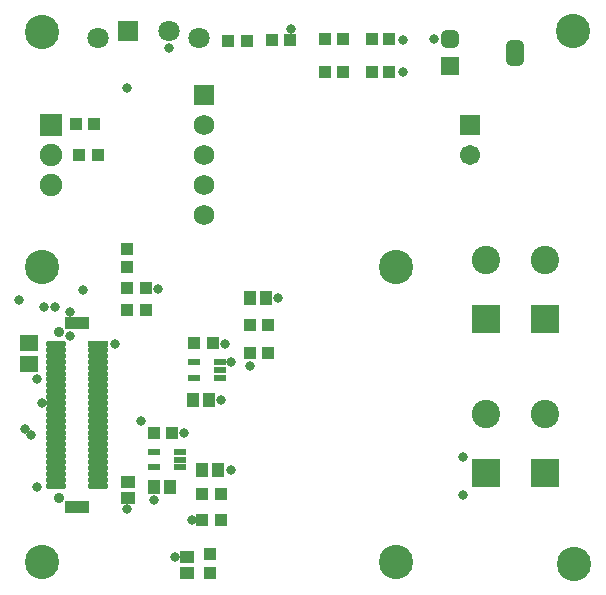
<source format=gts>
G04*
G04 #@! TF.GenerationSoftware,Altium Limited,Altium Designer,19.0.10 (269)*
G04*
G04 Layer_Color=8388736*
%FSLAX25Y25*%
%MOIN*%
G70*
G01*
G75*
%ADD29R,0.06312X0.05328*%
%ADD30R,0.03950X0.03950*%
%ADD31R,0.04147X0.04147*%
%ADD32R,0.05918X0.05918*%
G04:AMPARAMS|DCode=33|XSize=59.18mil|YSize=59.18mil|CornerRadius=16.8mil|HoleSize=0mil|Usage=FLASHONLY|Rotation=180.000|XOffset=0mil|YOffset=0mil|HoleType=Round|Shape=RoundedRectangle|*
%AMROUNDEDRECTD33*
21,1,0.05918,0.02559,0,0,180.0*
21,1,0.02559,0.05918,0,0,180.0*
1,1,0.03359,-0.01280,0.01280*
1,1,0.03359,0.01280,0.01280*
1,1,0.03359,0.01280,-0.01280*
1,1,0.03359,-0.01280,-0.01280*
%
%ADD33ROUNDEDRECTD33*%
G04:AMPARAMS|DCode=34|XSize=59.18mil|YSize=86.74mil|CornerRadius=16.8mil|HoleSize=0mil|Usage=FLASHONLY|Rotation=180.000|XOffset=0mil|YOffset=0mil|HoleType=Round|Shape=RoundedRectangle|*
%AMROUNDEDRECTD34*
21,1,0.05918,0.05315,0,0,180.0*
21,1,0.02559,0.08674,0,0,180.0*
1,1,0.03359,-0.01280,0.02657*
1,1,0.03359,0.01280,0.02657*
1,1,0.03359,0.01280,-0.02657*
1,1,0.03359,-0.01280,-0.02657*
%
%ADD34ROUNDEDRECTD34*%
%ADD35R,0.04147X0.04147*%
%ADD36R,0.04143X0.04537*%
%ADD37R,0.04537X0.04143*%
%ADD38R,0.04147X0.02178*%
%ADD39R,0.07887X0.03950*%
%ADD40R,0.07099X0.01981*%
%ADD41O,0.07099X0.01981*%
%ADD42R,0.06800X0.06800*%
%ADD43C,0.06800*%
%ADD44C,0.06706*%
%ADD45R,0.06706X0.06706*%
%ADD46R,0.07493X0.07493*%
%ADD47C,0.07493*%
%ADD48R,0.07099X0.07099*%
%ADD49C,0.07099*%
%ADD50C,0.11430*%
%ADD51R,0.09461X0.09461*%
%ADD52C,0.09461*%
%ADD53C,0.03556*%
%ADD54C,0.03162*%
D29*
X5812Y82855D02*
D03*
Y75965D02*
D03*
D30*
X119837Y184271D02*
D03*
X125743D02*
D03*
X119837Y173276D02*
D03*
X125743D02*
D03*
X92716Y183858D02*
D03*
X86811D02*
D03*
D31*
X27461Y155905D02*
D03*
X21358D02*
D03*
X28543Y145669D02*
D03*
X22441D02*
D03*
X110487Y173228D02*
D03*
X104385D02*
D03*
X110487Y184231D02*
D03*
X104385D02*
D03*
X78248Y183819D02*
D03*
X72146D02*
D03*
X44587Y101181D02*
D03*
X38484D02*
D03*
X44587Y94095D02*
D03*
X38484D02*
D03*
X85366Y79527D02*
D03*
X79264D02*
D03*
X69587Y24016D02*
D03*
X63484D02*
D03*
Y32677D02*
D03*
X69587D02*
D03*
X66831Y82972D02*
D03*
X60728D02*
D03*
X53445Y53150D02*
D03*
X47343D02*
D03*
X79232Y89173D02*
D03*
X85335D02*
D03*
D32*
X146063Y175197D02*
D03*
D33*
Y184252D02*
D03*
D34*
X167717Y179724D02*
D03*
D35*
X38386Y108366D02*
D03*
Y114469D02*
D03*
X66142Y6496D02*
D03*
Y12598D02*
D03*
D36*
X84579Y98031D02*
D03*
X79264D02*
D03*
X68799Y40551D02*
D03*
X63484D02*
D03*
X60335Y64173D02*
D03*
X65650D02*
D03*
X47343Y35039D02*
D03*
X52658D02*
D03*
D37*
X38583Y31299D02*
D03*
Y36614D02*
D03*
X58268Y6398D02*
D03*
Y11713D02*
D03*
D38*
X60630Y71457D02*
D03*
Y76575D02*
D03*
X69291D02*
D03*
Y74016D02*
D03*
Y71457D02*
D03*
X47244Y41535D02*
D03*
Y46654D02*
D03*
X55905D02*
D03*
Y44094D02*
D03*
Y41535D02*
D03*
D39*
X21654Y28346D02*
D03*
Y89764D02*
D03*
D40*
X28740Y82677D02*
D03*
D41*
Y80709D02*
D03*
Y78740D02*
D03*
Y76772D02*
D03*
Y74803D02*
D03*
Y72835D02*
D03*
Y70866D02*
D03*
Y68898D02*
D03*
Y66929D02*
D03*
Y64961D02*
D03*
Y62992D02*
D03*
Y61024D02*
D03*
Y59055D02*
D03*
Y57087D02*
D03*
Y55118D02*
D03*
Y53150D02*
D03*
Y51181D02*
D03*
Y49213D02*
D03*
Y47244D02*
D03*
Y45276D02*
D03*
Y43307D02*
D03*
Y41339D02*
D03*
Y39370D02*
D03*
Y37402D02*
D03*
Y35433D02*
D03*
X14567D02*
D03*
Y37402D02*
D03*
Y39370D02*
D03*
Y41339D02*
D03*
Y43307D02*
D03*
Y45276D02*
D03*
Y47244D02*
D03*
Y49213D02*
D03*
Y51181D02*
D03*
Y53150D02*
D03*
Y55118D02*
D03*
Y57087D02*
D03*
Y59055D02*
D03*
Y61024D02*
D03*
Y62992D02*
D03*
Y64961D02*
D03*
Y66929D02*
D03*
Y68898D02*
D03*
Y70866D02*
D03*
Y72835D02*
D03*
Y74803D02*
D03*
Y76772D02*
D03*
Y78740D02*
D03*
Y80709D02*
D03*
Y82677D02*
D03*
D42*
X64008Y165669D02*
D03*
D43*
Y155669D02*
D03*
Y145669D02*
D03*
Y135669D02*
D03*
Y125669D02*
D03*
D44*
X152756Y145669D02*
D03*
D45*
Y155669D02*
D03*
D46*
X12937D02*
D03*
D47*
Y145669D02*
D03*
Y135669D02*
D03*
D48*
X38583Y186987D02*
D03*
D49*
X52362D02*
D03*
X28740Y184507D02*
D03*
X62205D02*
D03*
D50*
X187402Y9449D02*
D03*
X187008Y187008D02*
D03*
X9843Y186614D02*
D03*
Y108268D02*
D03*
X127953D02*
D03*
Y9843D02*
D03*
X9843D02*
D03*
D51*
X177559Y90945D02*
D03*
X157874D02*
D03*
X177559Y39764D02*
D03*
X157874D02*
D03*
D52*
X177559Y110630D02*
D03*
X157874D02*
D03*
X177559Y59449D02*
D03*
X157874D02*
D03*
D53*
X15748Y31299D02*
D03*
Y86811D02*
D03*
D54*
X38189Y168110D02*
D03*
X23622Y100787D02*
D03*
X14173Y95079D02*
D03*
X10630Y94882D02*
D03*
X2387Y97319D02*
D03*
X8273Y35039D02*
D03*
X150394Y44882D02*
D03*
X8268Y70866D02*
D03*
X69685Y64173D02*
D03*
X19291Y93307D02*
D03*
Y85433D02*
D03*
X9843Y62992D02*
D03*
X4205Y54457D02*
D03*
X6299Y52362D02*
D03*
X42913Y57087D02*
D03*
X52362Y181496D02*
D03*
X48819Y101102D02*
D03*
X79264Y75197D02*
D03*
X70866Y82825D02*
D03*
X34252Y82677D02*
D03*
X38484Y27559D02*
D03*
X54331Y11713D02*
D03*
X72866Y40551D02*
D03*
X57480Y53051D02*
D03*
X130315Y173276D02*
D03*
X140581Y184261D02*
D03*
X130315Y184133D02*
D03*
X92913Y187795D02*
D03*
X47244Y30512D02*
D03*
X59842Y24016D02*
D03*
X88583Y98032D02*
D03*
X72835Y76575D02*
D03*
X150394Y32283D02*
D03*
M02*

</source>
